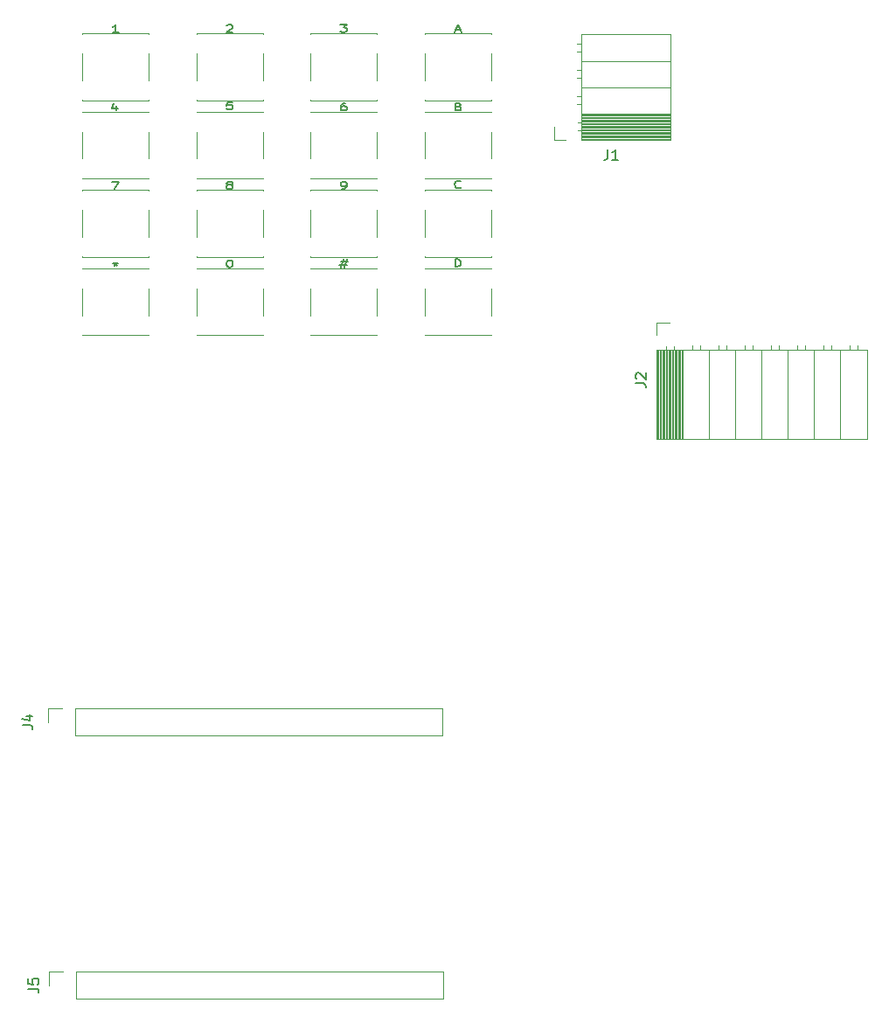
<source format=gbr>
%TF.GenerationSoftware,KiCad,Pcbnew,8.0.1*%
%TF.CreationDate,2024-04-21T10:41:17+07:00*%
%TF.ProjectId,RIFD_Final,52494644-5f46-4696-9e61-6c2e6b696361,rev?*%
%TF.SameCoordinates,Original*%
%TF.FileFunction,Legend,Top*%
%TF.FilePolarity,Positive*%
%FSLAX46Y46*%
G04 Gerber Fmt 4.6, Leading zero omitted, Abs format (unit mm)*
G04 Created by KiCad (PCBNEW 8.0.1) date 2024-04-21 10:41:17*
%MOMM*%
%LPD*%
G01*
G04 APERTURE LIST*
%ADD10C,0.150000*%
%ADD11C,0.120000*%
G04 APERTURE END LIST*
D10*
X91929762Y-48006033D02*
X91834524Y-47972700D01*
X91834524Y-47972700D02*
X91786905Y-47939366D01*
X91786905Y-47939366D02*
X91739286Y-47872700D01*
X91739286Y-47872700D02*
X91739286Y-47839366D01*
X91739286Y-47839366D02*
X91786905Y-47772700D01*
X91786905Y-47772700D02*
X91834524Y-47739366D01*
X91834524Y-47739366D02*
X91929762Y-47706033D01*
X91929762Y-47706033D02*
X92120238Y-47706033D01*
X92120238Y-47706033D02*
X92215476Y-47739366D01*
X92215476Y-47739366D02*
X92263095Y-47772700D01*
X92263095Y-47772700D02*
X92310714Y-47839366D01*
X92310714Y-47839366D02*
X92310714Y-47872700D01*
X92310714Y-47872700D02*
X92263095Y-47939366D01*
X92263095Y-47939366D02*
X92215476Y-47972700D01*
X92215476Y-47972700D02*
X92120238Y-48006033D01*
X92120238Y-48006033D02*
X91929762Y-48006033D01*
X91929762Y-48006033D02*
X91834524Y-48039366D01*
X91834524Y-48039366D02*
X91786905Y-48072700D01*
X91786905Y-48072700D02*
X91739286Y-48139366D01*
X91739286Y-48139366D02*
X91739286Y-48272700D01*
X91739286Y-48272700D02*
X91786905Y-48339366D01*
X91786905Y-48339366D02*
X91834524Y-48372700D01*
X91834524Y-48372700D02*
X91929762Y-48406033D01*
X91929762Y-48406033D02*
X92120238Y-48406033D01*
X92120238Y-48406033D02*
X92215476Y-48372700D01*
X92215476Y-48372700D02*
X92263095Y-48339366D01*
X92263095Y-48339366D02*
X92310714Y-48272700D01*
X92310714Y-48272700D02*
X92310714Y-48139366D01*
X92310714Y-48139366D02*
X92263095Y-48072700D01*
X92263095Y-48072700D02*
X92215476Y-48039366D01*
X92215476Y-48039366D02*
X92120238Y-48006033D01*
X92263095Y-40006033D02*
X91786905Y-40006033D01*
X91786905Y-40006033D02*
X91739286Y-40339366D01*
X91739286Y-40339366D02*
X91786905Y-40306033D01*
X91786905Y-40306033D02*
X91882143Y-40272700D01*
X91882143Y-40272700D02*
X92120238Y-40272700D01*
X92120238Y-40272700D02*
X92215476Y-40306033D01*
X92215476Y-40306033D02*
X92263095Y-40339366D01*
X92263095Y-40339366D02*
X92310714Y-40406033D01*
X92310714Y-40406033D02*
X92310714Y-40572700D01*
X92310714Y-40572700D02*
X92263095Y-40639366D01*
X92263095Y-40639366D02*
X92215476Y-40672700D01*
X92215476Y-40672700D02*
X92120238Y-40706033D01*
X92120238Y-40706033D02*
X91882143Y-40706033D01*
X91882143Y-40706033D02*
X91786905Y-40672700D01*
X91786905Y-40672700D02*
X91739286Y-40639366D01*
X81260714Y-33206033D02*
X80689286Y-33206033D01*
X80975000Y-33206033D02*
X80975000Y-32506033D01*
X80975000Y-32506033D02*
X80879762Y-32606033D01*
X80879762Y-32606033D02*
X80784524Y-32672700D01*
X80784524Y-32672700D02*
X80689286Y-32706033D01*
X102741667Y-32506033D02*
X103360714Y-32506033D01*
X103360714Y-32506033D02*
X103027381Y-32772700D01*
X103027381Y-32772700D02*
X103170238Y-32772700D01*
X103170238Y-32772700D02*
X103265476Y-32806033D01*
X103265476Y-32806033D02*
X103313095Y-32839366D01*
X103313095Y-32839366D02*
X103360714Y-32906033D01*
X103360714Y-32906033D02*
X103360714Y-33072700D01*
X103360714Y-33072700D02*
X103313095Y-33139366D01*
X103313095Y-33139366D02*
X103265476Y-33172700D01*
X103265476Y-33172700D02*
X103170238Y-33206033D01*
X103170238Y-33206033D02*
X102884524Y-33206033D01*
X102884524Y-33206033D02*
X102789286Y-33172700D01*
X102789286Y-33172700D02*
X102741667Y-33139366D01*
X128646666Y-44574819D02*
X128646666Y-45289104D01*
X128646666Y-45289104D02*
X128599047Y-45431961D01*
X128599047Y-45431961D02*
X128503809Y-45527200D01*
X128503809Y-45527200D02*
X128360952Y-45574819D01*
X128360952Y-45574819D02*
X128265714Y-45574819D01*
X129646666Y-45574819D02*
X129075238Y-45574819D01*
X129360952Y-45574819D02*
X129360952Y-44574819D01*
X129360952Y-44574819D02*
X129265714Y-44717676D01*
X129265714Y-44717676D02*
X129170476Y-44812914D01*
X129170476Y-44812914D02*
X129075238Y-44860533D01*
X103265476Y-40106033D02*
X103075000Y-40106033D01*
X103075000Y-40106033D02*
X102979762Y-40139366D01*
X102979762Y-40139366D02*
X102932143Y-40172700D01*
X102932143Y-40172700D02*
X102836905Y-40272700D01*
X102836905Y-40272700D02*
X102789286Y-40406033D01*
X102789286Y-40406033D02*
X102789286Y-40672700D01*
X102789286Y-40672700D02*
X102836905Y-40739366D01*
X102836905Y-40739366D02*
X102884524Y-40772700D01*
X102884524Y-40772700D02*
X102979762Y-40806033D01*
X102979762Y-40806033D02*
X103170238Y-40806033D01*
X103170238Y-40806033D02*
X103265476Y-40772700D01*
X103265476Y-40772700D02*
X103313095Y-40739366D01*
X103313095Y-40739366D02*
X103360714Y-40672700D01*
X103360714Y-40672700D02*
X103360714Y-40506033D01*
X103360714Y-40506033D02*
X103313095Y-40439366D01*
X103313095Y-40439366D02*
X103265476Y-40406033D01*
X103265476Y-40406033D02*
X103170238Y-40372700D01*
X103170238Y-40372700D02*
X102979762Y-40372700D01*
X102979762Y-40372700D02*
X102884524Y-40406033D01*
X102884524Y-40406033D02*
X102836905Y-40439366D01*
X102836905Y-40439366D02*
X102789286Y-40506033D01*
X72524819Y-125833333D02*
X73239104Y-125833333D01*
X73239104Y-125833333D02*
X73381961Y-125880952D01*
X73381961Y-125880952D02*
X73477200Y-125976190D01*
X73477200Y-125976190D02*
X73524819Y-126119047D01*
X73524819Y-126119047D02*
X73524819Y-126214285D01*
X72524819Y-124880952D02*
X72524819Y-125357142D01*
X72524819Y-125357142D02*
X73001009Y-125404761D01*
X73001009Y-125404761D02*
X72953390Y-125357142D01*
X72953390Y-125357142D02*
X72905771Y-125261904D01*
X72905771Y-125261904D02*
X72905771Y-125023809D01*
X72905771Y-125023809D02*
X72953390Y-124928571D01*
X72953390Y-124928571D02*
X73001009Y-124880952D01*
X73001009Y-124880952D02*
X73096247Y-124833333D01*
X73096247Y-124833333D02*
X73334342Y-124833333D01*
X73334342Y-124833333D02*
X73429580Y-124880952D01*
X73429580Y-124880952D02*
X73477200Y-124928571D01*
X73477200Y-124928571D02*
X73524819Y-125023809D01*
X73524819Y-125023809D02*
X73524819Y-125261904D01*
X73524819Y-125261904D02*
X73477200Y-125357142D01*
X73477200Y-125357142D02*
X73429580Y-125404761D01*
X80641667Y-47706033D02*
X81308333Y-47706033D01*
X81308333Y-47706033D02*
X80879762Y-48406033D01*
X114196428Y-40439366D02*
X114339285Y-40472700D01*
X114339285Y-40472700D02*
X114386904Y-40506033D01*
X114386904Y-40506033D02*
X114434523Y-40572700D01*
X114434523Y-40572700D02*
X114434523Y-40672700D01*
X114434523Y-40672700D02*
X114386904Y-40739366D01*
X114386904Y-40739366D02*
X114339285Y-40772700D01*
X114339285Y-40772700D02*
X114244047Y-40806033D01*
X114244047Y-40806033D02*
X113863095Y-40806033D01*
X113863095Y-40806033D02*
X113863095Y-40106033D01*
X113863095Y-40106033D02*
X114196428Y-40106033D01*
X114196428Y-40106033D02*
X114291666Y-40139366D01*
X114291666Y-40139366D02*
X114339285Y-40172700D01*
X114339285Y-40172700D02*
X114386904Y-40239366D01*
X114386904Y-40239366D02*
X114386904Y-40306033D01*
X114386904Y-40306033D02*
X114339285Y-40372700D01*
X114339285Y-40372700D02*
X114291666Y-40406033D01*
X114291666Y-40406033D02*
X114196428Y-40439366D01*
X114196428Y-40439366D02*
X113863095Y-40439366D01*
X91977381Y-55306033D02*
X92072619Y-55306033D01*
X92072619Y-55306033D02*
X92167857Y-55339366D01*
X92167857Y-55339366D02*
X92215476Y-55372700D01*
X92215476Y-55372700D02*
X92263095Y-55439366D01*
X92263095Y-55439366D02*
X92310714Y-55572700D01*
X92310714Y-55572700D02*
X92310714Y-55739366D01*
X92310714Y-55739366D02*
X92263095Y-55872700D01*
X92263095Y-55872700D02*
X92215476Y-55939366D01*
X92215476Y-55939366D02*
X92167857Y-55972700D01*
X92167857Y-55972700D02*
X92072619Y-56006033D01*
X92072619Y-56006033D02*
X91977381Y-56006033D01*
X91977381Y-56006033D02*
X91882143Y-55972700D01*
X91882143Y-55972700D02*
X91834524Y-55939366D01*
X91834524Y-55939366D02*
X91786905Y-55872700D01*
X91786905Y-55872700D02*
X91739286Y-55739366D01*
X91739286Y-55739366D02*
X91739286Y-55572700D01*
X91739286Y-55572700D02*
X91786905Y-55439366D01*
X91786905Y-55439366D02*
X91834524Y-55372700D01*
X91834524Y-55372700D02*
X91882143Y-55339366D01*
X91882143Y-55339366D02*
X91977381Y-55306033D01*
X71954819Y-100333333D02*
X72669104Y-100333333D01*
X72669104Y-100333333D02*
X72811961Y-100380952D01*
X72811961Y-100380952D02*
X72907200Y-100476190D01*
X72907200Y-100476190D02*
X72954819Y-100619047D01*
X72954819Y-100619047D02*
X72954819Y-100714285D01*
X72288152Y-99428571D02*
X72954819Y-99428571D01*
X71907200Y-99666666D02*
X72621485Y-99904761D01*
X72621485Y-99904761D02*
X72621485Y-99285714D01*
X80975000Y-55506033D02*
X80975000Y-55672700D01*
X80736905Y-55606033D02*
X80975000Y-55672700D01*
X80975000Y-55672700D02*
X81213095Y-55606033D01*
X80832143Y-55806033D02*
X80975000Y-55672700D01*
X80975000Y-55672700D02*
X81117857Y-55806033D01*
X91739286Y-32572700D02*
X91786905Y-32539366D01*
X91786905Y-32539366D02*
X91882143Y-32506033D01*
X91882143Y-32506033D02*
X92120238Y-32506033D01*
X92120238Y-32506033D02*
X92215476Y-32539366D01*
X92215476Y-32539366D02*
X92263095Y-32572700D01*
X92263095Y-32572700D02*
X92310714Y-32639366D01*
X92310714Y-32639366D02*
X92310714Y-32706033D01*
X92310714Y-32706033D02*
X92263095Y-32806033D01*
X92263095Y-32806033D02*
X91691667Y-33206033D01*
X91691667Y-33206033D02*
X92310714Y-33206033D01*
X102884524Y-48406033D02*
X103075000Y-48406033D01*
X103075000Y-48406033D02*
X103170238Y-48372700D01*
X103170238Y-48372700D02*
X103217857Y-48339366D01*
X103217857Y-48339366D02*
X103313095Y-48239366D01*
X103313095Y-48239366D02*
X103360714Y-48106033D01*
X103360714Y-48106033D02*
X103360714Y-47839366D01*
X103360714Y-47839366D02*
X103313095Y-47772700D01*
X103313095Y-47772700D02*
X103265476Y-47739366D01*
X103265476Y-47739366D02*
X103170238Y-47706033D01*
X103170238Y-47706033D02*
X102979762Y-47706033D01*
X102979762Y-47706033D02*
X102884524Y-47739366D01*
X102884524Y-47739366D02*
X102836905Y-47772700D01*
X102836905Y-47772700D02*
X102789286Y-47839366D01*
X102789286Y-47839366D02*
X102789286Y-48006033D01*
X102789286Y-48006033D02*
X102836905Y-48072700D01*
X102836905Y-48072700D02*
X102884524Y-48106033D01*
X102884524Y-48106033D02*
X102979762Y-48139366D01*
X102979762Y-48139366D02*
X103170238Y-48139366D01*
X103170238Y-48139366D02*
X103265476Y-48106033D01*
X103265476Y-48106033D02*
X103313095Y-48072700D01*
X103313095Y-48072700D02*
X103360714Y-48006033D01*
X81065476Y-40339366D02*
X81065476Y-40806033D01*
X80827381Y-40072700D02*
X80589286Y-40572700D01*
X80589286Y-40572700D02*
X81208333Y-40572700D01*
X114434523Y-48239366D02*
X114386904Y-48272700D01*
X114386904Y-48272700D02*
X114244047Y-48306033D01*
X114244047Y-48306033D02*
X114148809Y-48306033D01*
X114148809Y-48306033D02*
X114005952Y-48272700D01*
X114005952Y-48272700D02*
X113910714Y-48206033D01*
X113910714Y-48206033D02*
X113863095Y-48139366D01*
X113863095Y-48139366D02*
X113815476Y-48006033D01*
X113815476Y-48006033D02*
X113815476Y-47906033D01*
X113815476Y-47906033D02*
X113863095Y-47772700D01*
X113863095Y-47772700D02*
X113910714Y-47706033D01*
X113910714Y-47706033D02*
X114005952Y-47639366D01*
X114005952Y-47639366D02*
X114148809Y-47606033D01*
X114148809Y-47606033D02*
X114244047Y-47606033D01*
X114244047Y-47606033D02*
X114386904Y-47639366D01*
X114386904Y-47639366D02*
X114434523Y-47672700D01*
X113863095Y-55906033D02*
X113863095Y-55206033D01*
X113863095Y-55206033D02*
X114101190Y-55206033D01*
X114101190Y-55206033D02*
X114244047Y-55239366D01*
X114244047Y-55239366D02*
X114339285Y-55306033D01*
X114339285Y-55306033D02*
X114386904Y-55372700D01*
X114386904Y-55372700D02*
X114434523Y-55506033D01*
X114434523Y-55506033D02*
X114434523Y-55606033D01*
X114434523Y-55606033D02*
X114386904Y-55739366D01*
X114386904Y-55739366D02*
X114339285Y-55806033D01*
X114339285Y-55806033D02*
X114244047Y-55872700D01*
X114244047Y-55872700D02*
X114101190Y-55906033D01*
X114101190Y-55906033D02*
X113863095Y-55906033D01*
X131344819Y-67213333D02*
X132059104Y-67213333D01*
X132059104Y-67213333D02*
X132201961Y-67260952D01*
X132201961Y-67260952D02*
X132297200Y-67356190D01*
X132297200Y-67356190D02*
X132344819Y-67499047D01*
X132344819Y-67499047D02*
X132344819Y-67594285D01*
X131440057Y-66784761D02*
X131392438Y-66737142D01*
X131392438Y-66737142D02*
X131344819Y-66641904D01*
X131344819Y-66641904D02*
X131344819Y-66403809D01*
X131344819Y-66403809D02*
X131392438Y-66308571D01*
X131392438Y-66308571D02*
X131440057Y-66260952D01*
X131440057Y-66260952D02*
X131535295Y-66213333D01*
X131535295Y-66213333D02*
X131630533Y-66213333D01*
X131630533Y-66213333D02*
X131773390Y-66260952D01*
X131773390Y-66260952D02*
X132344819Y-66832380D01*
X132344819Y-66832380D02*
X132344819Y-66213333D01*
X102765476Y-55439366D02*
X103479761Y-55439366D01*
X103051190Y-55139366D02*
X102765476Y-56039366D01*
X103384523Y-55739366D02*
X102670238Y-55739366D01*
X103098809Y-56039366D02*
X103384523Y-55139366D01*
X113886905Y-33006033D02*
X114363095Y-33006033D01*
X113791667Y-33206033D02*
X114125000Y-32506033D01*
X114125000Y-32506033D02*
X114458333Y-33206033D01*
D11*
%TO.C,8*%
X88795000Y-48520000D02*
X95255000Y-48520000D01*
X88795000Y-48550000D02*
X88795000Y-48520000D01*
X88795000Y-50450000D02*
X88795000Y-53050000D01*
X88795000Y-54980000D02*
X88795000Y-54950000D01*
X88795000Y-54980000D02*
X95255000Y-54980000D01*
X95255000Y-48520000D02*
X95255000Y-48550000D01*
X95255000Y-50450000D02*
X95255000Y-53050000D01*
X95255000Y-54980000D02*
X95255000Y-54950000D01*
%TO.C,5*%
X88795000Y-40940000D02*
X95255000Y-40940000D01*
X88795000Y-40970000D02*
X88795000Y-40940000D01*
X88795000Y-42870000D02*
X88795000Y-45470000D01*
X88795000Y-47400000D02*
X88795000Y-47370000D01*
X88795000Y-47400000D02*
X95255000Y-47400000D01*
X95255000Y-40940000D02*
X95255000Y-40970000D01*
X95255000Y-42870000D02*
X95255000Y-45470000D01*
X95255000Y-47400000D02*
X95255000Y-47370000D01*
%TO.C,1*%
X77745000Y-33360000D02*
X84205000Y-33360000D01*
X77745000Y-33390000D02*
X77745000Y-33360000D01*
X77745000Y-35290000D02*
X77745000Y-37890000D01*
X77745000Y-39820000D02*
X77745000Y-39790000D01*
X77745000Y-39820000D02*
X84205000Y-39820000D01*
X84205000Y-33360000D02*
X84205000Y-33390000D01*
X84205000Y-35290000D02*
X84205000Y-37890000D01*
X84205000Y-39820000D02*
X84205000Y-39790000D01*
%TO.C,3*%
X99845000Y-33360000D02*
X106305000Y-33360000D01*
X99845000Y-33390000D02*
X99845000Y-33360000D01*
X99845000Y-35290000D02*
X99845000Y-37890000D01*
X99845000Y-39820000D02*
X99845000Y-39790000D01*
X99845000Y-39820000D02*
X106305000Y-39820000D01*
X106305000Y-33360000D02*
X106305000Y-33390000D01*
X106305000Y-35290000D02*
X106305000Y-37890000D01*
X106305000Y-39820000D02*
X106305000Y-39790000D01*
%TO.C,J1*%
X123490000Y-43680000D02*
X123490000Y-42350000D01*
X124600000Y-43680000D02*
X123490000Y-43680000D01*
X126060000Y-34370000D02*
X125650000Y-34370000D01*
X126060000Y-35090000D02*
X125650000Y-35090000D01*
X126060000Y-36910000D02*
X125650000Y-36910000D01*
X126060000Y-37630000D02*
X125650000Y-37630000D01*
X126060000Y-39450000D02*
X125650000Y-39450000D01*
X126060000Y-40170000D02*
X125650000Y-40170000D01*
X126060000Y-41990000D02*
X125710000Y-41990000D01*
X126060000Y-42710000D02*
X125710000Y-42710000D01*
X126060000Y-43680000D02*
X126060000Y-33400000D01*
X134690000Y-33400000D02*
X126060000Y-33400000D01*
X134690000Y-36000000D02*
X126060000Y-36000000D01*
X134690000Y-38540000D02*
X126060000Y-38540000D01*
X134690000Y-41080000D02*
X126060000Y-41080000D01*
X134690000Y-41198100D02*
X126060000Y-41198100D01*
X134690000Y-41316195D02*
X126060000Y-41316195D01*
X134690000Y-41434290D02*
X126060000Y-41434290D01*
X134690000Y-41552385D02*
X126060000Y-41552385D01*
X134690000Y-41670480D02*
X126060000Y-41670480D01*
X134690000Y-41788575D02*
X126060000Y-41788575D01*
X134690000Y-41906670D02*
X126060000Y-41906670D01*
X134690000Y-42024765D02*
X126060000Y-42024765D01*
X134690000Y-42142860D02*
X126060000Y-42142860D01*
X134690000Y-42260955D02*
X126060000Y-42260955D01*
X134690000Y-42379050D02*
X126060000Y-42379050D01*
X134690000Y-42497145D02*
X126060000Y-42497145D01*
X134690000Y-42615240D02*
X126060000Y-42615240D01*
X134690000Y-42733335D02*
X126060000Y-42733335D01*
X134690000Y-42851430D02*
X126060000Y-42851430D01*
X134690000Y-42969525D02*
X126060000Y-42969525D01*
X134690000Y-43087620D02*
X126060000Y-43087620D01*
X134690000Y-43205715D02*
X126060000Y-43205715D01*
X134690000Y-43323810D02*
X126060000Y-43323810D01*
X134690000Y-43441905D02*
X126060000Y-43441905D01*
X134690000Y-43560000D02*
X126060000Y-43560000D01*
X134690000Y-43680000D02*
X126060000Y-43680000D01*
X134690000Y-43680000D02*
X134690000Y-33400000D01*
%TO.C,6*%
X99845000Y-40940000D02*
X106305000Y-40940000D01*
X99845000Y-40970000D02*
X99845000Y-40940000D01*
X99845000Y-42870000D02*
X99845000Y-45470000D01*
X99845000Y-47400000D02*
X99845000Y-47370000D01*
X99845000Y-47400000D02*
X106305000Y-47400000D01*
X106305000Y-40940000D02*
X106305000Y-40970000D01*
X106305000Y-42870000D02*
X106305000Y-45470000D01*
X106305000Y-47400000D02*
X106305000Y-47370000D01*
%TO.C,J5*%
X74510000Y-124170000D02*
X75840000Y-124170000D01*
X74510000Y-125500000D02*
X74510000Y-124170000D01*
X77110000Y-124170000D02*
X112730000Y-124170000D01*
X77110000Y-126830000D02*
X77110000Y-124170000D01*
X77110000Y-126830000D02*
X112730000Y-126830000D01*
X112730000Y-126830000D02*
X112730000Y-124170000D01*
%TO.C,7*%
X77745000Y-48520000D02*
X84205000Y-48520000D01*
X77745000Y-48550000D02*
X77745000Y-48520000D01*
X77745000Y-50450000D02*
X77745000Y-53050000D01*
X77745000Y-54980000D02*
X77745000Y-54950000D01*
X77745000Y-54980000D02*
X84205000Y-54980000D01*
X84205000Y-48520000D02*
X84205000Y-48550000D01*
X84205000Y-50450000D02*
X84205000Y-53050000D01*
X84205000Y-54980000D02*
X84205000Y-54950000D01*
%TO.C,B*%
X110895000Y-40940000D02*
X117355000Y-40940000D01*
X110895000Y-40970000D02*
X110895000Y-40940000D01*
X110895000Y-42870000D02*
X110895000Y-45470000D01*
X110895000Y-47400000D02*
X110895000Y-47370000D01*
X110895000Y-47400000D02*
X117355000Y-47400000D01*
X117355000Y-40940000D02*
X117355000Y-40970000D01*
X117355000Y-42870000D02*
X117355000Y-45470000D01*
X117355000Y-47400000D02*
X117355000Y-47370000D01*
%TO.C,0*%
X88795000Y-56100000D02*
X95255000Y-56100000D01*
X88795000Y-56130000D02*
X88795000Y-56100000D01*
X88795000Y-58030000D02*
X88795000Y-60630000D01*
X88795000Y-62560000D02*
X88795000Y-62530000D01*
X88795000Y-62560000D02*
X95255000Y-62560000D01*
X95255000Y-56100000D02*
X95255000Y-56130000D01*
X95255000Y-58030000D02*
X95255000Y-60630000D01*
X95255000Y-62560000D02*
X95255000Y-62530000D01*
%TO.C,J4*%
X74430000Y-98670000D02*
X75760000Y-98670000D01*
X74430000Y-100000000D02*
X74430000Y-98670000D01*
X77030000Y-98670000D02*
X112650000Y-98670000D01*
X77030000Y-101330000D02*
X77030000Y-98670000D01*
X77030000Y-101330000D02*
X112650000Y-101330000D01*
X112650000Y-101330000D02*
X112650000Y-98670000D01*
%TO.C,\u002A*%
X77745000Y-56100000D02*
X84205000Y-56100000D01*
X77745000Y-56130000D02*
X77745000Y-56100000D01*
X77745000Y-58030000D02*
X77745000Y-60630000D01*
X77745000Y-62560000D02*
X77745000Y-62530000D01*
X77745000Y-62560000D02*
X84205000Y-62560000D01*
X84205000Y-56100000D02*
X84205000Y-56130000D01*
X84205000Y-58030000D02*
X84205000Y-60630000D01*
X84205000Y-62560000D02*
X84205000Y-62530000D01*
%TO.C,2*%
X88795000Y-33360000D02*
X95255000Y-33360000D01*
X88795000Y-33390000D02*
X88795000Y-33360000D01*
X88795000Y-35290000D02*
X88795000Y-37890000D01*
X88795000Y-39820000D02*
X88795000Y-39790000D01*
X88795000Y-39820000D02*
X95255000Y-39820000D01*
X95255000Y-33360000D02*
X95255000Y-33390000D01*
X95255000Y-35290000D02*
X95255000Y-37890000D01*
X95255000Y-39820000D02*
X95255000Y-39790000D01*
%TO.C,9*%
X99845000Y-48520000D02*
X106305000Y-48520000D01*
X99845000Y-48550000D02*
X99845000Y-48520000D01*
X99845000Y-50450000D02*
X99845000Y-53050000D01*
X99845000Y-54980000D02*
X99845000Y-54950000D01*
X99845000Y-54980000D02*
X106305000Y-54980000D01*
X106305000Y-48520000D02*
X106305000Y-48550000D01*
X106305000Y-50450000D02*
X106305000Y-53050000D01*
X106305000Y-54980000D02*
X106305000Y-54950000D01*
%TO.C,4*%
X77745000Y-40940000D02*
X84205000Y-40940000D01*
X77745000Y-40970000D02*
X77745000Y-40940000D01*
X77745000Y-42870000D02*
X77745000Y-45470000D01*
X77745000Y-47400000D02*
X77745000Y-47370000D01*
X77745000Y-47400000D02*
X84205000Y-47400000D01*
X84205000Y-40940000D02*
X84205000Y-40970000D01*
X84205000Y-42870000D02*
X84205000Y-45470000D01*
X84205000Y-47400000D02*
X84205000Y-47370000D01*
%TO.C,C*%
X110895000Y-48520000D02*
X117355000Y-48520000D01*
X110895000Y-48550000D02*
X110895000Y-48520000D01*
X110895000Y-50450000D02*
X110895000Y-53050000D01*
X110895000Y-54980000D02*
X110895000Y-54950000D01*
X110895000Y-54980000D02*
X117355000Y-54980000D01*
X117355000Y-48520000D02*
X117355000Y-48550000D01*
X117355000Y-50450000D02*
X117355000Y-53050000D01*
X117355000Y-54980000D02*
X117355000Y-54950000D01*
%TO.C,D*%
X110895000Y-56100000D02*
X117355000Y-56100000D01*
X110895000Y-56130000D02*
X110895000Y-56100000D01*
X110895000Y-58030000D02*
X110895000Y-60630000D01*
X110895000Y-62560000D02*
X110895000Y-62530000D01*
X110895000Y-62560000D02*
X117355000Y-62560000D01*
X117355000Y-56100000D02*
X117355000Y-56130000D01*
X117355000Y-58030000D02*
X117355000Y-60630000D01*
X117355000Y-62560000D02*
X117355000Y-62530000D01*
%TO.C,J2*%
X133330000Y-61390000D02*
X134660000Y-61390000D01*
X133330000Y-62500000D02*
X133330000Y-61390000D01*
X133330000Y-63960000D02*
X153770000Y-63960000D01*
X133330000Y-72590000D02*
X133330000Y-63960000D01*
X133330000Y-72590000D02*
X153770000Y-72590000D01*
X133450000Y-72590000D02*
X133450000Y-63960000D01*
X133568095Y-72590000D02*
X133568095Y-63960000D01*
X133686190Y-72590000D02*
X133686190Y-63960000D01*
X133804285Y-72590000D02*
X133804285Y-63960000D01*
X133922380Y-72590000D02*
X133922380Y-63960000D01*
X134040475Y-72590000D02*
X134040475Y-63960000D01*
X134158570Y-72590000D02*
X134158570Y-63960000D01*
X134276665Y-72590000D02*
X134276665Y-63960000D01*
X134300000Y-63960000D02*
X134300000Y-63610000D01*
X134394760Y-72590000D02*
X134394760Y-63960000D01*
X134512855Y-72590000D02*
X134512855Y-63960000D01*
X134630950Y-72590000D02*
X134630950Y-63960000D01*
X134749045Y-72590000D02*
X134749045Y-63960000D01*
X134867140Y-72590000D02*
X134867140Y-63960000D01*
X134985235Y-72590000D02*
X134985235Y-63960000D01*
X135020000Y-63960000D02*
X135020000Y-63610000D01*
X135103330Y-72590000D02*
X135103330Y-63960000D01*
X135221425Y-72590000D02*
X135221425Y-63960000D01*
X135339520Y-72590000D02*
X135339520Y-63960000D01*
X135457615Y-72590000D02*
X135457615Y-63960000D01*
X135575710Y-72590000D02*
X135575710Y-63960000D01*
X135693805Y-72590000D02*
X135693805Y-63960000D01*
X135811900Y-72590000D02*
X135811900Y-63960000D01*
X135930000Y-72590000D02*
X135930000Y-63960000D01*
X136840000Y-63960000D02*
X136840000Y-63550000D01*
X137560000Y-63960000D02*
X137560000Y-63550000D01*
X138470000Y-72590000D02*
X138470000Y-63960000D01*
X139380000Y-63960000D02*
X139380000Y-63550000D01*
X140100000Y-63960000D02*
X140100000Y-63550000D01*
X141010000Y-72590000D02*
X141010000Y-63960000D01*
X141920000Y-63960000D02*
X141920000Y-63550000D01*
X142640000Y-63960000D02*
X142640000Y-63550000D01*
X143550000Y-72590000D02*
X143550000Y-63960000D01*
X144460000Y-63960000D02*
X144460000Y-63550000D01*
X145180000Y-63960000D02*
X145180000Y-63550000D01*
X146090000Y-72590000D02*
X146090000Y-63960000D01*
X147000000Y-63960000D02*
X147000000Y-63550000D01*
X147720000Y-63960000D02*
X147720000Y-63550000D01*
X148630000Y-72590000D02*
X148630000Y-63960000D01*
X149540000Y-63960000D02*
X149540000Y-63550000D01*
X150260000Y-63960000D02*
X150260000Y-63550000D01*
X151170000Y-72590000D02*
X151170000Y-63960000D01*
X152080000Y-63960000D02*
X152080000Y-63550000D01*
X152800000Y-63960000D02*
X152800000Y-63550000D01*
X153770000Y-72590000D02*
X153770000Y-63960000D01*
%TO.C,#*%
X99845000Y-56100000D02*
X106305000Y-56100000D01*
X99845000Y-56130000D02*
X99845000Y-56100000D01*
X99845000Y-58030000D02*
X99845000Y-60630000D01*
X99845000Y-62560000D02*
X99845000Y-62530000D01*
X99845000Y-62560000D02*
X106305000Y-62560000D01*
X106305000Y-56100000D02*
X106305000Y-56130000D01*
X106305000Y-58030000D02*
X106305000Y-60630000D01*
X106305000Y-62560000D02*
X106305000Y-62530000D01*
%TO.C,A*%
X110895000Y-33360000D02*
X117355000Y-33360000D01*
X110895000Y-33390000D02*
X110895000Y-33360000D01*
X110895000Y-35290000D02*
X110895000Y-37890000D01*
X110895000Y-39820000D02*
X110895000Y-39790000D01*
X110895000Y-39820000D02*
X117355000Y-39820000D01*
X117355000Y-33360000D02*
X117355000Y-33390000D01*
X117355000Y-35290000D02*
X117355000Y-37890000D01*
X117355000Y-39820000D02*
X117355000Y-39790000D01*
%TD*%
M02*

</source>
